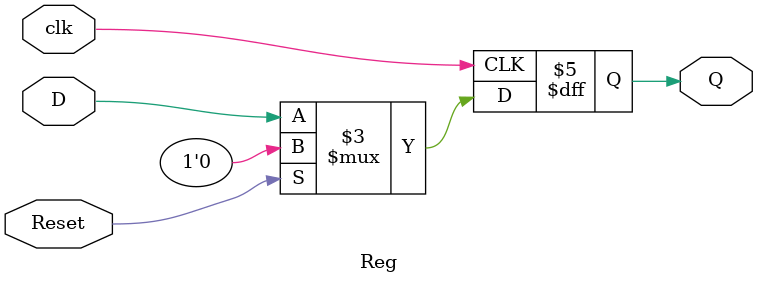
<source format=v>
`timescale 1ns / 1ps
module Reg(
    input D,
    output reg Q,
    input clk,
    input Reset
    );
	always @(posedge clk)
		if (Reset)
			Q <= 0;
		else
			Q <= D;
endmodule
</source>
